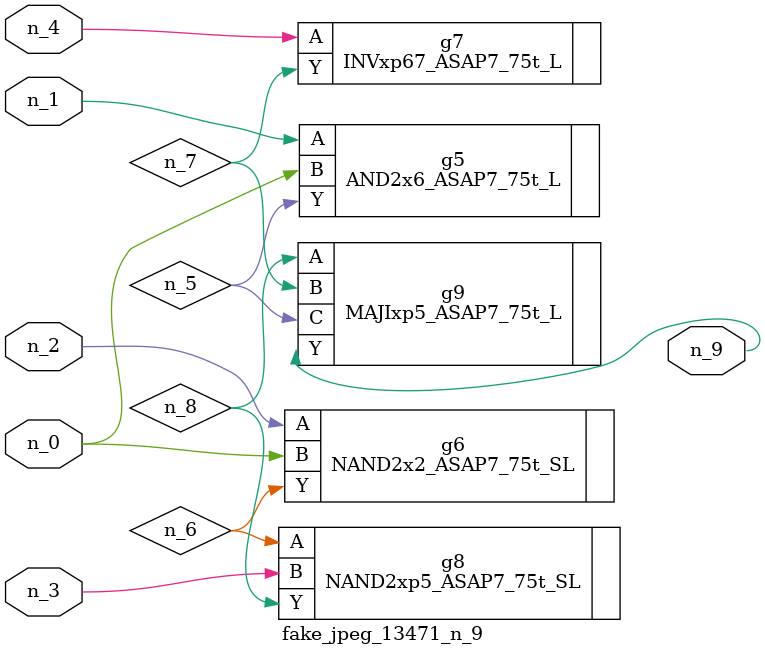
<source format=v>
module fake_jpeg_13471_n_9 (n_3, n_2, n_1, n_0, n_4, n_9);

input n_3;
input n_2;
input n_1;
input n_0;
input n_4;

output n_9;

wire n_8;
wire n_6;
wire n_5;
wire n_7;

AND2x6_ASAP7_75t_L g5 ( 
.A(n_1),
.B(n_0),
.Y(n_5)
);

NAND2x2_ASAP7_75t_SL g6 ( 
.A(n_2),
.B(n_0),
.Y(n_6)
);

INVxp67_ASAP7_75t_L g7 ( 
.A(n_4),
.Y(n_7)
);

NAND2xp5_ASAP7_75t_SL g8 ( 
.A(n_6),
.B(n_3),
.Y(n_8)
);

MAJIxp5_ASAP7_75t_L g9 ( 
.A(n_8),
.B(n_7),
.C(n_5),
.Y(n_9)
);


endmodule
</source>
